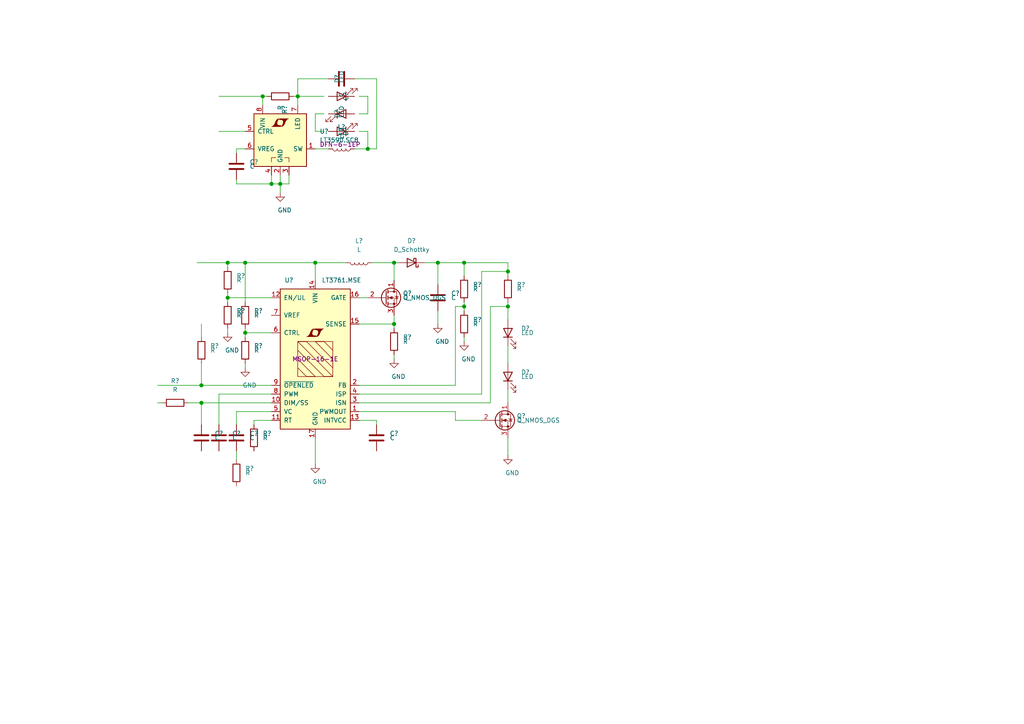
<source format=kicad_sch>
(kicad_sch (version 20201015) (generator eeschema)
  (paper "A4")
  (lib_symbols
    (symbol "ADI_Power:LT3590.SC8" (pin_names (offset 1.016))
      (property "Reference" "U" (at -7.62 -8.89 0))
      (property "Value" "LT3590.SC8" (at 3.81 -8.89 0))
      (property "Datasheet" "http://www.linear.com/product/LT3590" (at 15.24 -17.78 0))
      (symbol "LT3590.SC8_0_0"
        (polyline (pts (xy 0.2032 4.0894) (xy 0.2286 4.1148) (xy 0.2794 4.2164) (xy 0.2794 4.2418) (xy 0.1524 4.2418) (xy 0.0508 4.2672) (xy -0.4064 4.2672) (xy -0.4318 4.2926) (xy -0.6858 4.4196) (xy -0.7874 4.5212) (xy -0.8636 4.6482) (xy -0.9144 4.7498) (xy -0.9144 5.0546) (xy -0.8636 5.207) (xy -0.8382 5.3086) (xy -0.8128 5.3848) (xy -0.762 5.5118) (xy -0.7112 5.6642) (xy -0.635 5.7912) (xy -0.5842 5.9182) (xy -0.508 6.0198) (xy -0.4572 6.1214) (xy -0.3302 6.2484) (xy -0.508 6.2484) (xy -0.635 6.1976) (xy -0.7366 6.1468) (xy -0.8128 6.096) (xy -0.9398 5.9944) (xy -1.1176 5.8166) (xy -1.3716 5.3594) (xy -1.4732 5.08) (xy -1.4732 5.0292) (xy -1.524 4.9276) (xy -1.5748 4.8006) (xy -1.6256 4.699) (xy -1.7526 4.5212) (xy -1.905 4.318) (xy -2.0574 4.1656) (xy -2.2098 4.0386) (xy -2.3876 3.9624) (xy -2.54 3.9116) (xy 0.127 3.9116) (xy 0.2032 4.0894)) (stroke (width 0.0254)) (fill (type outline)))
        (polyline (pts (xy 0.4064 3.937) (xy 0.4826 3.937) (xy 0.6604 4.0132) (xy 0.8128 4.1148) (xy 1.0922 4.3942) (xy 1.2192 4.5974) (xy 1.3208 4.8006) (xy 1.397 5.0546) (xy 1.4224 5.0546) (xy 1.4986 5.3086) (xy 1.7526 5.715) (xy 1.905 5.8928) (xy 2.0574 6.0452) (xy 2.2098 6.1468) (xy 2.3876 6.223) (xy 2.413 6.223) (xy 2.413 6.2484) (xy -0.1524 6.2484) (xy -0.2286 6.096) (xy -0.254 6.0706) (xy -0.3048 5.969) (xy -0.3302 5.9436) (xy -0.2794 5.9436) (xy -0.2286 5.9182) (xy 0.3048 5.9182) (xy 0.3556 5.8928) (xy 0.4064 5.8928) (xy 0.4826 5.8674) (xy 0.6096 5.7912) (xy 0.7366 5.6896) (xy 0.8128 5.5626) (xy 0.8382 5.5118) (xy 0.8636 5.4864) (xy 0.8636 5.08) (xy 0.8382 5.0292) (xy 0.8382 4.953) (xy 0.7874 4.8514) (xy 0.762 4.7244) (xy 0.6858 4.572) (xy 0.635 4.4196) (xy 0.4826 4.1656) (xy 0.4318 4.064) (xy 0.2794 3.9116) (xy 0.4064 3.937)) (stroke (width 0.0254)) (fill (type outline)))
      )
      (symbol "LT3590.SC8_0_1"
        (rectangle (start -7.62 7.62) (end 7.62 -7.62) (stroke (width 0.254)) (fill (type background)))
        (polyline (pts (xy -2.54 -6.35) (xy -2.54 -5.08) (xy -1.27 -5.08)))
        (polyline (pts (xy 1.27 -5.08) (xy 2.54 -5.08) (xy 2.54 -6.35)))
      )
      (symbol "LT3590.SC8_1_1"
        (pin passive line (at 10.16 -2.54 180) (length 2.54) (name "SW") (number "1"))
        (pin power_in line (at 0 -10.16 90) (length 2.54) (name "GND") (number "2"))
        (pin power_in line (at 2.54 -10.16 90) (length 2.54) (name "~") (number "3"))
        (pin power_in line (at -2.54 -10.16 90) (length 2.54) (name "~") (number "4"))
        (pin input line (at -10.16 2.54 0) (length 2.54) (name "CTRL") (number "5"))
        (pin passive line (at -10.16 -2.54 0) (length 2.54) (name "VREG") (number "6"))
        (pin power_out line (at 5.08 10.16 270) (length 2.54) (name "LED") (number "7"))
        (pin power_in line (at -5.08 10.16 270) (length 2.54) (name "VIN") (number "8"))
      )
    )
    (symbol "ADI_Power:LT3761.MSE" (pin_names (offset 1.016))
      (property "Reference" "U" (at -10.16 21.59 0))
      (property "Value" "LT3761.MSE" (at 1.27 21.59 0))
      (property "Datasheet" "http://www.linear.com/product/LT3761" (at 41.91 -8.89 0))
      (symbol "LT3761.MSE_0_0"
        (polyline (pts (xy 0.2032 6.6294) (xy 0.2286 6.6548) (xy 0.2794 6.7564) (xy 0.2794 6.7818) (xy 0.1524 6.7818) (xy 0.0508 6.8072) (xy -0.4064 6.8072) (xy -0.4318 6.8326) (xy -0.6858 6.9596) (xy -0.7874 7.0612) (xy -0.8636 7.1882) (xy -0.9144 7.2898) (xy -0.9144 7.5946) (xy -0.8636 7.747) (xy -0.8382 7.8486) (xy -0.8128 7.9248) (xy -0.762 8.0518) (xy -0.7112 8.2042) (xy -0.635 8.3312) (xy -0.5842 8.4582) (xy -0.508 8.5598) (xy -0.4572 8.6614) (xy -0.3302 8.7884) (xy -0.508 8.7884) (xy -0.635 8.7376) (xy -0.7366 8.6868) (xy -0.8128 8.636) (xy -0.9398 8.5344) (xy -1.1176 8.3566) (xy -1.3716 7.8994) (xy -1.4732 7.62) (xy -1.4732 7.5692) (xy -1.524 7.4676) (xy -1.5748 7.3406) (xy -1.6256 7.239) (xy -1.7526 7.0612) (xy -1.905 6.858) (xy -2.0574 6.7056) (xy -2.2098 6.5786) (xy -2.3876 6.5024) (xy -2.54 6.4516) (xy 0.127 6.4516) (xy 0.2032 6.6294)) (stroke (width 0.0254)) (fill (type outline)))
        (polyline (pts (xy 0.4064 6.477) (xy 0.4826 6.477) (xy 0.6604 6.5532) (xy 0.8128 6.6548) (xy 1.0922 6.9342) (xy 1.2192 7.1374) (xy 1.3208 7.3406) (xy 1.397 7.5946) (xy 1.4224 7.5946) (xy 1.4986 7.8486) (xy 1.7526 8.255) (xy 1.905 8.4328) (xy 2.0574 8.5852) (xy 2.2098 8.6868) (xy 2.3876 8.763) (xy 2.413 8.763) (xy 2.413 8.7884) (xy -0.1524 8.7884) (xy -0.2286 8.636) (xy -0.254 8.6106) (xy -0.3048 8.509) (xy -0.3302 8.4836) (xy -0.2794 8.4836) (xy -0.2286 8.4582) (xy 0.3048 8.4582) (xy 0.3556 8.4328) (xy 0.4064 8.4328) (xy 0.4826 8.4074) (xy 0.6096 8.3312) (xy 0.7366 8.2296) (xy 0.8128 8.1026) (xy 0.8382 8.0518) (xy 0.8636 8.0264) (xy 0.8636 7.62) (xy 0.8382 7.5692) (xy 0.8382 7.493) (xy 0.7874 7.3914) (xy 0.762 7.2644) (xy 0.6858 7.112) (xy 0.635 6.9596) (xy 0.4826 6.7056) (xy 0.4318 6.604) (xy 0.2794 6.4516) (xy 0.4064 6.477)) (stroke (width 0.0254)) (fill (type outline)))
      )
      (symbol "LT3761.MSE_0_1"
        (rectangle (start -10.16 20.32) (end 10.16 -20.32) (stroke (width 0.254)) (fill (type background)))
        (rectangle (start -5.08 5.08) (end 5.08 -5.08))
        (polyline (pts (xy -5.08 -2.54) (xy -2.54 -5.08) (xy 0 -5.08) (xy -5.08 0) (xy -5.08 2.54) (xy 2.54 -5.08) (xy 5.08 -5.08) (xy -5.08 5.08) (xy -2.54 5.08) (xy 5.08 -2.54) (xy 5.08 0) (xy 0 5.08) (xy 2.54 5.08) (xy 5.08 2.54)))
      )
      (symbol "LT3761.MSE_1_1"
        (pin output line (at 12.7 -15.24 180) (length 2.54) (name "PWMOUT") (number "1"))
        (pin passive line (at -12.7 -12.7 0) (length 2.54) (name "DIM/SS") (number "10"))
        (pin passive line (at -12.7 -17.78 0) (length 2.54) (name "RT") (number "11"))
        (pin input line (at -12.7 17.78 0) (length 2.54) (name "EN/UL") (number "12"))
        (pin passive line (at 12.7 -17.78 180) (length 2.54) (name "INTVCC") (number "13"))
        (pin power_in line (at 0 22.86 270) (length 2.54) (name "VIN") (number "14"))
        (pin input line (at 12.7 10.16 180) (length 2.54) (name "SENSE") (number "15"))
        (pin output line (at 12.7 17.78 180) (length 2.54) (name "GATE") (number "16"))
        (pin power_in line (at 0 -22.86 90) (length 2.54) (name "GND") (number "17"))
        (pin passive line (at 12.7 -7.62 180) (length 2.54) (name "FB") (number "2"))
        (pin passive line (at 12.7 -12.7 180) (length 2.54) (name "ISN") (number "3"))
        (pin passive line (at 12.7 -10.16 180) (length 2.54) (name "ISP") (number "4"))
        (pin passive line (at -12.7 -15.24 0) (length 2.54) (name "VC") (number "5"))
        (pin input line (at -12.7 7.62 0) (length 2.54) (name "CTRL") (number "6"))
        (pin passive line (at -12.7 12.7 0) (length 2.54) (name "VREF") (number "7"))
        (pin input line (at -12.7 -10.16 0) (length 2.54) (name "PWM") (number "8"))
        (pin open_collector line (at -12.7 -7.62 0) (length 2.54) (name "~OPENLED~") (number "9"))
      )
    )
    (symbol "Device:C" (pin_numbers hide) (pin_names (offset 0.254))
      (property "Reference" "C" (at 0.635 2.54 0))
      (property "Value" "C" (at 0.635 -2.54 0))
      (symbol "C_0_1"
        (polyline (pts (xy -2.032 -0.762) (xy 2.032 -0.762)) (stroke (width 0.508)))
        (polyline (pts (xy -2.032 0.762) (xy 2.032 0.762)) (stroke (width 0.508)))
      )
      (symbol "C_1_1"
        (pin passive line (at 0 3.81 270) (length 2.794) (name "~") (number "1"))
        (pin passive line (at 0 -3.81 90) (length 2.794) (name "~") (number "2"))
      )
    )
    (symbol "Device:D_Schottky" (pin_numbers hide) (pin_names (offset 1.016) hide)
      (property "Reference" "D" (at 0 2.54 0))
      (property "Value" "D_Schottky" (at 0 -2.54 0))
      (symbol "D_Schottky_0_1"
        (polyline (pts (xy 1.27 0) (xy -1.27 0)))
        (polyline (pts (xy 1.27 1.27) (xy 1.27 -1.27) (xy -1.27 0) (xy 1.27 1.27)) (stroke (width 0.254)))
        (polyline (pts (xy -1.905 0.635) (xy -1.905 1.27) (xy -1.27 1.27) (xy -1.27 -1.27) (xy -0.635 -1.27) (xy -0.635 -0.635)) (stroke (width 0.254)))
      )
      (symbol "D_Schottky_1_1"
        (pin passive line (at -3.81 0 0) (length 2.54) (name "K") (number "1"))
        (pin passive line (at 3.81 0 180) (length 2.54) (name "A") (number "2"))
      )
    )
    (symbol "Device:L" (pin_numbers hide) (pin_names (offset 1.016) hide)
      (property "Reference" "L" (at -1.27 0 90))
      (property "Value" "L" (at 1.905 0 90))
      (symbol "L_0_1"
        (arc (start 0 -2.54) (end 0 -1.27) (radius (at 0 -1.905) (length 0.635) (angles -89.9 89.9)))
        (arc (start 0 -1.27) (end 0 0) (radius (at 0 -0.635) (length 0.635) (angles -89.9 89.9)))
        (arc (start 0 0) (end 0 1.27) (radius (at 0 0.635) (length 0.635) (angles -89.9 89.9)))
        (arc (start 0 1.27) (end 0 2.54) (radius (at 0 1.905) (length 0.635) (angles -89.9 89.9)))
      )
      (symbol "L_1_1"
        (pin passive line (at 0 3.81 270) (length 1.27) (name "1") (number "1"))
        (pin passive line (at 0 -3.81 90) (length 1.27) (name "2") (number "2"))
      )
    )
    (symbol "Device:LED" (pin_numbers hide) (pin_names (offset 1.016) hide)
      (property "Reference" "D" (at 0 2.54 0))
      (property "Value" "LED" (at 0 -2.54 0))
      (symbol "LED_0_1"
        (polyline (pts (xy -1.27 -1.27) (xy -1.27 1.27)) (stroke (width 0.254)))
        (polyline (pts (xy -1.27 0) (xy 1.27 0)))
        (polyline (pts (xy 1.27 -1.27) (xy 1.27 1.27) (xy -1.27 0) (xy 1.27 -1.27)) (stroke (width 0.254)))
        (polyline (pts (xy -3.048 -0.762) (xy -4.572 -2.286) (xy -3.81 -2.286) (xy -4.572 -2.286) (xy -4.572 -1.524)))
        (polyline (pts (xy -1.778 -0.762) (xy -3.302 -2.286) (xy -2.54 -2.286) (xy -3.302 -2.286) (xy -3.302 -1.524)))
      )
      (symbol "LED_1_1"
        (pin passive line (at -3.81 0 0) (length 2.54) (name "K") (number "1"))
        (pin passive line (at 3.81 0 180) (length 2.54) (name "A") (number "2"))
      )
    )
    (symbol "Device:Q_NMOS_DGS" (pin_names (offset 0) hide)
      (property "Reference" "Q" (at 5.08 1.27 0))
      (property "Value" "Q_NMOS_DGS" (at 5.08 -1.27 0))
      (symbol "Q_NMOS_DGS_0_1"
        (circle (center 1.651 0) (radius 2.794) (stroke (width 0.254)))
        (circle (center 2.54 -1.778) (radius 0.254) (fill (type outline)))
        (circle (center 2.54 1.778) (radius 0.254) (fill (type outline)))
        (polyline (pts (xy 0.254 0) (xy -2.54 0)))
        (polyline (pts (xy 0.254 1.905) (xy 0.254 -1.905)) (stroke (width 0.254)))
        (polyline (pts (xy 0.762 -1.27) (xy 0.762 -2.286)) (stroke (width 0.254)))
        (polyline (pts (xy 0.762 0.508) (xy 0.762 -0.508)) (stroke (width 0.254)))
        (polyline (pts (xy 0.762 2.286) (xy 0.762 1.27)) (stroke (width 0.254)))
        (polyline (pts (xy 2.54 2.54) (xy 2.54 1.778)))
        (polyline (pts (xy 2.54 -2.54) (xy 2.54 0) (xy 0.762 0)))
        (polyline (pts (xy 0.762 -1.778) (xy 3.302 -1.778) (xy 3.302 1.778) (xy 0.762 1.778)))
        (polyline (pts (xy 1.016 0) (xy 2.032 0.381) (xy 2.032 -0.381) (xy 1.016 0)) (fill (type outline)))
        (polyline (pts (xy 2.794 0.508) (xy 2.921 0.381) (xy 3.683 0.381) (xy 3.81 0.254)))
        (polyline (pts (xy 3.302 0.381) (xy 2.921 -0.254) (xy 3.683 -0.254) (xy 3.302 0.381)))
      )
      (symbol "Q_NMOS_DGS_1_1"
        (pin passive line (at 2.54 5.08 270) (length 2.54) (name "D") (number "1"))
        (pin input line (at -5.08 0 0) (length 2.54) (name "G") (number "2"))
        (pin passive line (at 2.54 -5.08 90) (length 2.54) (name "S") (number "3"))
      )
    )
    (symbol "Device:R" (pin_numbers hide) (pin_names (offset 0))
      (property "Reference" "R" (at 2.032 0 90))
      (property "Value" "R" (at 0 0 90))
      (symbol "R_0_1"
        (rectangle (start -1.016 -2.54) (end 1.016 2.54) (stroke (width 0.254)))
      )
      (symbol "R_1_1"
        (pin passive line (at 0 3.81 270) (length 1.27) (name "~") (number "1"))
        (pin passive line (at 0 -3.81 90) (length 1.27) (name "~") (number "2"))
      )
    )
    (symbol "power:GND" (power) (pin_names (offset 0))
      (property "Value" "GND" (at 0 -3.81 0))
      (symbol "GND_0_1"
        (polyline (pts (xy 0 0) (xy 0 -1.27) (xy 1.27 -1.27) (xy 0 -2.54) (xy -1.27 -1.27) (xy 0 -1.27)))
      )
      (symbol "GND_1_1"
        (pin power_in line (at 0 0 270) (length 0) hide (name "GND") (number "1"))
      )
    )
  )
  (junction (at 58.42 111.76) (diameter 1.016))
  (junction (at 58.42 116.84) (diameter 1.016))
  (junction (at 66.04 76.2) (diameter 1.016))
  (junction (at 66.04 86.36) (diameter 1.016))
  (junction (at 71.12 76.2) (diameter 1.016))
  (junction (at 71.12 96.52) (diameter 1.016))
  (junction (at 76.2 27.94) (diameter 1.016))
  (junction (at 78.74 53.34) (diameter 1.016))
  (junction (at 81.28 53.34) (diameter 1.016))
  (junction (at 86.36 27.94) (diameter 1.016))
  (junction (at 91.44 76.2) (diameter 1.016))
  (junction (at 106.68 43.18) (diameter 1.016))
  (junction (at 114.3 76.2) (diameter 1.016))
  (junction (at 114.3 93.98) (diameter 1.016))
  (junction (at 127 76.2) (diameter 1.016))
  (junction (at 134.62 76.2) (diameter 1.016))
  (junction (at 134.62 88.9) (diameter 1.016))
  (junction (at 147.32 78.74) (diameter 1.016))
  (junction (at 147.32 88.9) (diameter 1.016))
  (wire (pts (xy 45.72 111.76) (xy 58.42 111.76)))
  (wire (pts (xy 46.99 116.84) (xy 45.72 116.84)))
  (wire (pts (xy 54.61 116.84) (xy 58.42 116.84)))
  (wire (pts (xy 57.15 76.2) (xy 66.04 76.2)))
  (wire (pts (xy 58.42 97.79) (xy 58.42 93.98)))
  (wire (pts (xy 58.42 105.41) (xy 58.42 111.76)))
  (wire (pts (xy 58.42 111.76) (xy 78.74 111.76)))
  (wire (pts (xy 58.42 116.84) (xy 58.42 123.19)))
  (wire (pts (xy 58.42 116.84) (xy 78.74 116.84)))
  (wire (pts (xy 63.5 27.94) (xy 76.2 27.94)))
  (wire (pts (xy 63.5 114.3) (xy 63.5 123.19)))
  (wire (pts (xy 66.04 76.2) (xy 71.12 76.2)))
  (wire (pts (xy 66.04 77.47) (xy 66.04 76.2)))
  (wire (pts (xy 66.04 85.09) (xy 66.04 86.36)))
  (wire (pts (xy 66.04 86.36) (xy 66.04 87.63)))
  (wire (pts (xy 66.04 86.36) (xy 78.74 86.36)))
  (wire (pts (xy 66.04 95.25) (xy 66.04 96.52)))
  (wire (pts (xy 68.58 43.18) (xy 71.12 43.18)))
  (wire (pts (xy 68.58 44.45) (xy 68.58 43.18)))
  (wire (pts (xy 68.58 52.07) (xy 68.58 53.34)))
  (wire (pts (xy 68.58 53.34) (xy 78.74 53.34)))
  (wire (pts (xy 68.58 119.38) (xy 68.58 123.19)))
  (wire (pts (xy 68.58 130.81) (xy 68.58 133.35)))
  (wire (pts (xy 71.12 38.1) (xy 63.5 38.1)))
  (wire (pts (xy 71.12 76.2) (xy 91.44 76.2)))
  (wire (pts (xy 71.12 87.63) (xy 71.12 76.2)))
  (wire (pts (xy 71.12 95.25) (xy 71.12 96.52)))
  (wire (pts (xy 71.12 96.52) (xy 71.12 97.79)))
  (wire (pts (xy 71.12 96.52) (xy 78.74 96.52)))
  (wire (pts (xy 71.12 105.41) (xy 71.12 106.68)))
  (wire (pts (xy 73.66 121.92) (xy 78.74 121.92)))
  (wire (pts (xy 73.66 123.19) (xy 73.66 121.92)))
  (wire (pts (xy 76.2 27.94) (xy 77.47 27.94)))
  (wire (pts (xy 76.2 30.48) (xy 76.2 27.94)))
  (wire (pts (xy 78.74 50.8) (xy 78.74 53.34)))
  (wire (pts (xy 78.74 53.34) (xy 81.28 53.34)))
  (wire (pts (xy 78.74 114.3) (xy 63.5 114.3)))
  (wire (pts (xy 78.74 119.38) (xy 68.58 119.38)))
  (wire (pts (xy 81.28 50.8) (xy 81.28 53.34)))
  (wire (pts (xy 81.28 53.34) (xy 81.28 55.88)))
  (wire (pts (xy 81.28 53.34) (xy 83.82 53.34)))
  (wire (pts (xy 83.82 53.34) (xy 83.82 50.8)))
  (wire (pts (xy 85.09 27.94) (xy 86.36 27.94)))
  (wire (pts (xy 86.36 22.86) (xy 86.36 27.94)))
  (wire (pts (xy 86.36 22.86) (xy 95.25 22.86)))
  (wire (pts (xy 86.36 27.94) (xy 86.36 30.48)))
  (wire (pts (xy 86.36 27.94) (xy 93.98 27.94)))
  (wire (pts (xy 91.44 33.02) (xy 91.44 38.1)))
  (wire (pts (xy 91.44 38.1) (xy 93.98 38.1)))
  (wire (pts (xy 91.44 76.2) (xy 91.44 81.28)))
  (wire (pts (xy 91.44 76.2) (xy 100.33 76.2)))
  (wire (pts (xy 91.44 127) (xy 91.44 134.62)))
  (wire (pts (xy 93.98 33.02) (xy 91.44 33.02)))
  (wire (pts (xy 95.25 43.18) (xy 91.44 43.18)))
  (wire (pts (xy 102.87 22.86) (xy 109.22 22.86)))
  (wire (pts (xy 102.87 43.18) (xy 106.68 43.18)))
  (wire (pts (xy 104.14 27.94) (xy 106.68 27.94)))
  (wire (pts (xy 104.14 38.1) (xy 106.68 38.1)))
  (wire (pts (xy 104.14 93.98) (xy 114.3 93.98)))
  (wire (pts (xy 104.14 111.76) (xy 132.08 111.76)))
  (wire (pts (xy 104.14 114.3) (xy 139.7 114.3)))
  (wire (pts (xy 104.14 119.38) (xy 132.08 119.38)))
  (wire (pts (xy 104.14 121.92) (xy 109.22 121.92)))
  (wire (pts (xy 106.68 27.94) (xy 106.68 33.02)))
  (wire (pts (xy 106.68 33.02) (xy 104.14 33.02)))
  (wire (pts (xy 106.68 38.1) (xy 106.68 43.18)))
  (wire (pts (xy 106.68 43.18) (xy 109.22 43.18)))
  (wire (pts (xy 106.68 86.36) (xy 104.14 86.36)))
  (wire (pts (xy 107.95 76.2) (xy 114.3 76.2)))
  (wire (pts (xy 109.22 22.86) (xy 109.22 43.18)))
  (wire (pts (xy 109.22 121.92) (xy 109.22 123.19)))
  (wire (pts (xy 114.3 76.2) (xy 114.3 81.28)))
  (wire (pts (xy 114.3 76.2) (xy 115.57 76.2)))
  (wire (pts (xy 114.3 91.44) (xy 114.3 93.98)))
  (wire (pts (xy 114.3 93.98) (xy 114.3 95.25)))
  (wire (pts (xy 114.3 102.87) (xy 114.3 104.14)))
  (wire (pts (xy 123.19 76.2) (xy 127 76.2)))
  (wire (pts (xy 127 76.2) (xy 127 82.55)))
  (wire (pts (xy 127 76.2) (xy 134.62 76.2)))
  (wire (pts (xy 127 90.17) (xy 127 93.98)))
  (wire (pts (xy 132.08 88.9) (xy 134.62 88.9)))
  (wire (pts (xy 132.08 111.76) (xy 132.08 88.9)))
  (wire (pts (xy 132.08 119.38) (xy 132.08 121.92)))
  (wire (pts (xy 132.08 121.92) (xy 139.7 121.92)))
  (wire (pts (xy 134.62 76.2) (xy 147.32 76.2)))
  (wire (pts (xy 134.62 80.01) (xy 134.62 76.2)))
  (wire (pts (xy 134.62 87.63) (xy 134.62 88.9)))
  (wire (pts (xy 134.62 88.9) (xy 134.62 90.17)))
  (wire (pts (xy 134.62 99.06) (xy 134.62 97.79)))
  (wire (pts (xy 139.7 78.74) (xy 147.32 78.74)))
  (wire (pts (xy 139.7 114.3) (xy 139.7 78.74)))
  (wire (pts (xy 142.24 88.9) (xy 142.24 116.84)))
  (wire (pts (xy 142.24 116.84) (xy 104.14 116.84)))
  (wire (pts (xy 147.32 76.2) (xy 147.32 78.74)))
  (wire (pts (xy 147.32 78.74) (xy 147.32 80.01)))
  (wire (pts (xy 147.32 87.63) (xy 147.32 88.9)))
  (wire (pts (xy 147.32 88.9) (xy 142.24 88.9)))
  (wire (pts (xy 147.32 88.9) (xy 147.32 92.71)))
  (wire (pts (xy 147.32 100.33) (xy 147.32 105.41)))
  (wire (pts (xy 147.32 113.03) (xy 147.32 116.84)))
  (wire (pts (xy 147.32 127) (xy 147.32 132.08)))
  (symbol (lib_id "Device:L") (at 99.06 43.18 270) (unit 1)
    (property "Reference" "L?" (at 99.06 36.83 90))
    (property "Value" "L" (at 99.06 39.37 90))
  )
  (symbol (lib_id "Device:L") (at 104.14 76.2 270) (unit 1)
    (property "Reference" "L?" (at 104.14 69.85 90))
    (property "Value" "L" (at 104.14 72.39 90))
  )
  (symbol (lib_id "power:GND") (at 66.04 96.52 0) (unit 1)
    (property "Reference" "#PWR?" (effects hide))
    (property "Value" "GND" (at 67.31 101.6 0))
  )
  (symbol (lib_id "power:GND") (at 71.12 106.68 0) (unit 1)
    (property "Reference" "#PWR?" (effects hide))
    (property "Value" "GND" (at 72.39 111.76 0))
  )
  (symbol (lib_id "power:GND") (at 81.28 55.88 0) (unit 1)
    (property "Reference" "#PWR?" (effects hide))
    (property "Value" "GND" (at 82.55 60.96 0))
  )
  (symbol (lib_id "power:GND") (at 91.44 134.62 0) (unit 1)
    (property "Reference" "#PWR?" (effects hide))
    (property "Value" "GND" (at 92.71 139.7 0))
  )
  (symbol (lib_id "power:GND") (at 114.3 104.14 0) (unit 1)
    (property "Reference" "#PWR?" (effects hide))
    (property "Value" "GND" (at 115.57 109.22 0))
  )
  (symbol (lib_id "power:GND") (at 127 93.98 0) (unit 1)
    (property "Reference" "#PWR?" (effects hide))
    (property "Value" "GND" (at 128.27 99.06 0))
  )
  (symbol (lib_id "power:GND") (at 134.62 99.06 0) (unit 1)
    (property "Reference" "#PWR?" (effects hide))
    (property "Value" "GND" (at 135.89 104.14 0))
  )
  (symbol (lib_id "power:GND") (at 147.32 132.08 0) (unit 1)
    (property "Reference" "#PWR?" (effects hide))
    (property "Value" "GND" (at 148.59 137.16 0))
  )
  (symbol (lib_id "Device:R") (at 50.8 116.84 270) (unit 1)
    (property "Reference" "R?" (at 50.8 110.49 90))
    (property "Value" "R" (at 50.8 113.03 90))
  )
  (symbol (lib_id "Device:R") (at 58.42 101.6 0) (unit 1)
    (property "Reference" "R?" (at 60.96 100.33 0) (effects (justify left)))
    (property "Value" "R" (at 60.96 101.6 0) (effects (justify left)))
  )
  (symbol (lib_id "Device:R") (at 66.04 81.28 0) (unit 1)
    (property "Reference" "R?" (at 68.58 80.01 0) (effects (justify left)))
    (property "Value" "R" (at 68.58 81.28 0) (effects (justify left)))
  )
  (symbol (lib_id "Device:R") (at 66.04 91.44 0) (unit 1)
    (property "Reference" "R?" (at 68.58 90.17 0) (effects (justify left)))
    (property "Value" "R" (at 68.58 91.44 0) (effects (justify left)))
  )
  (symbol (lib_id "Device:R") (at 68.58 137.16 0) (unit 1)
    (property "Reference" "R?" (at 71.12 135.89 0) (effects (justify left)))
    (property "Value" "R" (at 71.12 137.16 0) (effects (justify left)))
  )
  (symbol (lib_id "Device:R") (at 71.12 91.44 0) (unit 1)
    (property "Reference" "R?" (at 73.66 90.17 0) (effects (justify left)))
    (property "Value" "R" (at 73.66 91.44 0) (effects (justify left)))
  )
  (symbol (lib_id "Device:R") (at 71.12 101.6 0) (unit 1)
    (property "Reference" "R?" (at 73.66 100.33 0) (effects (justify left)))
    (property "Value" "R" (at 73.66 101.6 0) (effects (justify left)))
  )
  (symbol (lib_id "Device:R") (at 73.66 127 0) (unit 1)
    (property "Reference" "R?" (at 76.2 125.73 0) (effects (justify left)))
    (property "Value" "R" (at 76.2 127 0) (effects (justify left)))
  )
  (symbol (lib_id "Device:R") (at 81.28 27.94 270) (unit 1)
    (property "Reference" "R?" (at 82.55 30.48 0) (effects (justify left)))
    (property "Value" "R" (at 81.28 30.48 0) (effects (justify left)))
  )
  (symbol (lib_id "Device:R") (at 114.3 99.06 0) (unit 1)
    (property "Reference" "R?" (at 116.84 97.79 0) (effects (justify left)))
    (property "Value" "R" (at 116.84 99.06 0) (effects (justify left)))
  )
  (symbol (lib_id "Device:R") (at 134.62 83.82 0) (unit 1)
    (property "Reference" "R?" (at 137.16 82.55 0) (effects (justify left)))
    (property "Value" "R" (at 137.16 83.82 0) (effects (justify left)))
  )
  (symbol (lib_id "Device:R") (at 134.62 93.98 0) (unit 1)
    (property "Reference" "R?" (at 137.16 92.71 0) (effects (justify left)))
    (property "Value" "R" (at 137.16 93.98 0) (effects (justify left)))
  )
  (symbol (lib_id "Device:R") (at 147.32 83.82 0) (unit 1)
    (property "Reference" "R?" (at 149.86 82.55 0) (effects (justify left)))
    (property "Value" "R" (at 149.86 83.82 0) (effects (justify left)))
  )
  (symbol (lib_id "Device:D_Schottky") (at 119.38 76.2 180) (unit 1)
    (property "Reference" "D?" (at 119.38 69.85 0))
    (property "Value" "D_Schottky" (at 119.38 72.39 0))
  )
  (symbol (lib_id "Device:LED") (at 99.06 27.94 180) (unit 1)
    (property "Reference" "D?" (at 97.79 24.13 90) (effects (justify right)))
    (property "Value" "LED" (at 99.06 24.13 90) (effects (justify right)))
  )
  (symbol (lib_id "Device:LED") (at 99.06 33.02 0) (unit 1)
    (property "Reference" "D?" (at 100.33 36.83 90) (effects (justify right)))
    (property "Value" "LED" (at 99.06 36.83 90) (effects (justify right)))
  )
  (symbol (lib_id "Device:LED") (at 99.06 38.1 180) (unit 1)
    (property "Reference" "D?" (at 97.79 34.29 90) (effects (justify right)))
    (property "Value" "LED" (at 99.06 34.29 90) (effects (justify right)))
  )
  (symbol (lib_id "Device:LED") (at 147.32 96.52 90) (unit 1)
    (property "Reference" "D?" (at 151.13 95.25 90) (effects (justify right)))
    (property "Value" "LED" (at 151.13 96.52 90) (effects (justify right)))
  )
  (symbol (lib_id "Device:LED") (at 147.32 109.22 90) (unit 1)
    (property "Reference" "D?" (at 151.13 107.95 90) (effects (justify right)))
    (property "Value" "LED" (at 151.13 109.22 90) (effects (justify right)))
  )
  (symbol (lib_id "Device:C") (at 58.42 127 0) (unit 1)
    (property "Reference" "C?" (at 62.23 125.73 0) (effects (justify left)))
    (property "Value" "C" (at 62.23 127 0) (effects (justify left)))
  )
  (symbol (lib_id "Device:C") (at 63.5 127 0) (unit 1)
    (property "Reference" "C?" (at 67.31 125.73 0) (effects (justify left)))
    (property "Value" "C" (at 67.31 127 0) (effects (justify left)))
  )
  (symbol (lib_id "Device:C") (at 68.58 48.26 0) (unit 1)
    (property "Reference" "C?" (at 72.39 46.99 0) (effects (justify left)))
    (property "Value" "C" (at 72.39 48.26 0) (effects (justify left)))
  )
  (symbol (lib_id "Device:C") (at 68.58 127 0) (unit 1)
    (property "Reference" "C?" (at 72.39 125.73 0) (effects (justify left)))
    (property "Value" "C" (at 72.39 127 0) (effects (justify left)))
  )
  (symbol (lib_id "Device:C") (at 99.06 22.86 270) (unit 1)
    (property "Reference" "C?" (at 100.33 26.67 0) (effects (justify left)))
    (property "Value" "C" (at 99.06 26.67 0) (effects (justify left)))
  )
  (symbol (lib_id "Device:C") (at 109.22 127 0) (unit 1)
    (property "Reference" "C?" (at 113.03 125.73 0) (effects (justify left)))
    (property "Value" "C" (at 113.03 127 0) (effects (justify left)))
  )
  (symbol (lib_id "Device:C") (at 127 86.36 0) (unit 1)
    (property "Reference" "C?" (at 130.81 85.09 0) (effects (justify left)))
    (property "Value" "C" (at 130.81 86.36 0) (effects (justify left)))
  )
  (symbol (lib_id "Device:Q_NMOS_DGS") (at 111.76 86.36 0) (unit 1)
    (property "Reference" "Q?" (at 116.84 85.09 0) (effects (justify left)))
    (property "Value" "Q_NMOS_DGS" (at 116.84 86.36 0) (effects (justify left)))
  )
  (symbol (lib_id "Device:Q_NMOS_DGS") (at 144.78 121.92 0) (unit 1)
    (property "Reference" "Q?" (at 149.86 120.65 0) (effects (justify left)))
    (property "Value" "Q_NMOS_DGS" (at 149.86 121.92 0) (effects (justify left)))
  )
  (symbol (lib_id "ADI_Power:LT3590.SC8") (at 81.28 40.64 0) (unit 1)
    (property "Reference" "U?" (at 92.71 38.1 0) (effects (justify left)))
    (property "Value" "LT3590.SC8" (at 92.71 40.64 0) (effects (justify left)))
    (property "Footprint" "DFN-6-1EP" (at 92.71 41.91 0) (effects (justify left)))
  )
  (symbol (lib_id "ADI_Power:LT3761.MSE") (at 91.44 104.14 0) (unit 1)
    (property "Reference" "U?" (at 83.82 81.28 0))
    (property "Value" "LT3761.MSE" (at 99.06 81.28 0))
    (property "Footprint" "MSOP-16-1E" (at 91.44 104.14 0))
  )
)
</source>
